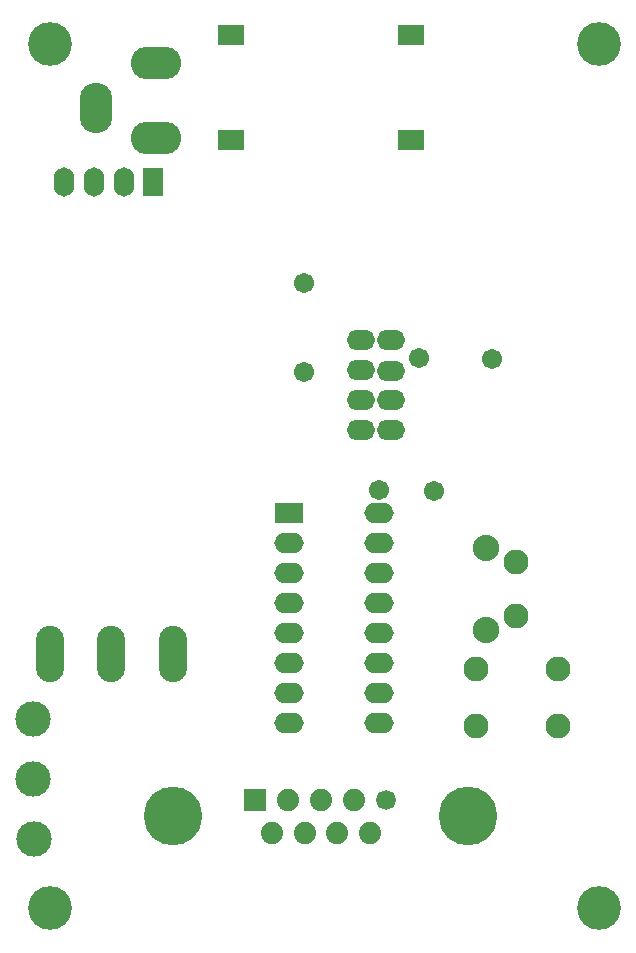
<source format=gts>
G04*
G04 #@! TF.GenerationSoftware,Altium Limited,Altium Designer,18.1.6 (161)*
G04*
G04 Layer_Color=8388736*
%FSLAX25Y25*%
%MOIN*%
G70*
G01*
G75*
%ADD21C,0.14580*%
%ADD22C,0.08300*%
%ADD23R,0.08800X0.06800*%
%ADD24O,0.10800X0.16800*%
%ADD25O,0.16800X0.10800*%
%ADD26O,0.09400X0.06800*%
%ADD27O,0.09300X0.18800*%
%ADD28O,0.06800X0.09800*%
%ADD29R,0.06800X0.09800*%
%ADD30C,0.11800*%
%ADD31R,0.09800X0.06800*%
%ADD32O,0.09800X0.06800*%
%ADD33C,0.07453*%
%ADD34R,0.07453X0.07453*%
%ADD35C,0.06653*%
%ADD36C,0.19540*%
%ADD37C,0.08800*%
%ADD38C,0.06706*%
D21*
X15945Y12894D02*
D03*
X199114D02*
D03*
Y300886D02*
D03*
X15945D02*
D03*
D22*
X158182Y73805D02*
D03*
X185282Y92606D02*
D03*
Y73805D02*
D03*
X158182Y92606D02*
D03*
X171358Y128244D02*
D03*
Y110528D02*
D03*
D23*
X76496Y304059D02*
D03*
X136496D02*
D03*
X76496Y269059D02*
D03*
X136496D02*
D03*
D24*
X31339Y279587D02*
D03*
D25*
X51339Y294587D02*
D03*
Y269587D02*
D03*
D26*
X129823Y172383D02*
D03*
Y182283D02*
D03*
Y192183D02*
D03*
Y202284D02*
D03*
X119823Y202383D02*
D03*
Y192333D02*
D03*
Y182384D02*
D03*
Y172383D02*
D03*
D27*
X16043Y97539D02*
D03*
X36516D02*
D03*
X57043D02*
D03*
D28*
X20748Y254920D02*
D03*
X30748D02*
D03*
X40748Y255020D02*
D03*
D29*
X50295D02*
D03*
D30*
X10607Y35919D02*
D03*
X10345Y76181D02*
D03*
Y56181D02*
D03*
D31*
X95768Y144783D02*
D03*
D32*
Y134783D02*
D03*
Y124784D02*
D03*
Y114784D02*
D03*
Y104783D02*
D03*
Y94784D02*
D03*
Y84784D02*
D03*
Y74783D02*
D03*
X125768Y144783D02*
D03*
Y134783D02*
D03*
Y124784D02*
D03*
Y114784D02*
D03*
Y104783D02*
D03*
Y94784D02*
D03*
Y84784D02*
D03*
Y74783D02*
D03*
D33*
X122713Y37992D02*
D03*
X95449Y49173D02*
D03*
X100902Y37992D02*
D03*
X117260Y49173D02*
D03*
X89996Y37992D02*
D03*
X106354Y49173D02*
D03*
X111807Y37992D02*
D03*
D34*
X84543Y49173D02*
D03*
D35*
X128165D02*
D03*
D36*
X57161Y43583D02*
D03*
X155547D02*
D03*
D37*
X161516Y105607D02*
D03*
Y133166D02*
D03*
D38*
X163484Y196063D02*
D03*
X100766Y221457D02*
D03*
X144095Y152165D02*
D03*
X125847Y152461D02*
D03*
X100766Y191831D02*
D03*
X139201Y196358D02*
D03*
M02*

</source>
